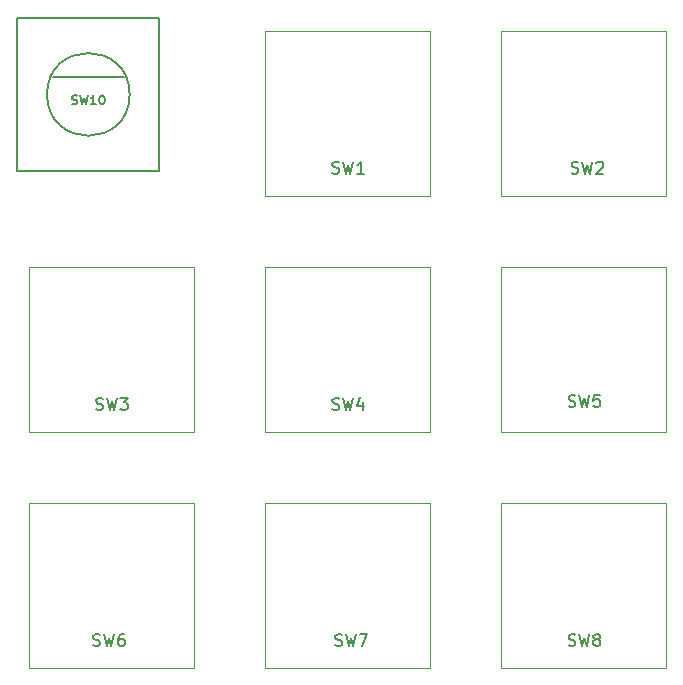
<source format=gbr>
G04 #@! TF.FileFunction,Legend,Top*
%FSLAX46Y46*%
G04 Gerber Fmt 4.6, Leading zero omitted, Abs format (unit mm)*
G04 Created by KiCad (PCBNEW 4.0.7) date Thursday, April 11, 2019 'PMt' 06:08:24 PM*
%MOMM*%
%LPD*%
G01*
G04 APERTURE LIST*
%ADD10C,0.100000*%
%ADD11C,0.120000*%
%ADD12C,0.203200*%
%ADD13C,0.150000*%
%ADD14C,0.152400*%
G04 APERTURE END LIST*
D10*
D11*
X126475000Y-70595000D02*
X140445000Y-70595000D01*
X140445000Y-70595000D02*
X140445000Y-84565000D01*
X140445000Y-84565000D02*
X126475000Y-84565000D01*
X126475000Y-84565000D02*
X126475000Y-70595000D01*
X146475000Y-70595000D02*
X160445000Y-70595000D01*
X160445000Y-70595000D02*
X160445000Y-84565000D01*
X160445000Y-84565000D02*
X146475000Y-84565000D01*
X146475000Y-84565000D02*
X146475000Y-70595000D01*
X106475000Y-90595000D02*
X120445000Y-90595000D01*
X120445000Y-90595000D02*
X120445000Y-104565000D01*
X120445000Y-104565000D02*
X106475000Y-104565000D01*
X106475000Y-104565000D02*
X106475000Y-90595000D01*
X126475000Y-90595000D02*
X140445000Y-90595000D01*
X140445000Y-90595000D02*
X140445000Y-104565000D01*
X140445000Y-104565000D02*
X126475000Y-104565000D01*
X126475000Y-104565000D02*
X126475000Y-90595000D01*
X146475000Y-90595000D02*
X160445000Y-90595000D01*
X160445000Y-90595000D02*
X160445000Y-104565000D01*
X160445000Y-104565000D02*
X146475000Y-104565000D01*
X146475000Y-104565000D02*
X146475000Y-90595000D01*
X106475000Y-110595000D02*
X120445000Y-110595000D01*
X120445000Y-110595000D02*
X120445000Y-124565000D01*
X120445000Y-124565000D02*
X106475000Y-124565000D01*
X106475000Y-124565000D02*
X106475000Y-110595000D01*
X126475000Y-110595000D02*
X140445000Y-110595000D01*
X140445000Y-110595000D02*
X140445000Y-124565000D01*
X140445000Y-124565000D02*
X126475000Y-124565000D01*
X126475000Y-124565000D02*
X126475000Y-110595000D01*
X146475000Y-110595000D02*
X160445000Y-110595000D01*
X160445000Y-110595000D02*
X160445000Y-124565000D01*
X160445000Y-124565000D02*
X146475000Y-124565000D01*
X146475000Y-124565000D02*
X146475000Y-110595000D01*
D12*
X114500000Y-74500000D02*
X108500000Y-74500000D01*
X115000000Y-76000000D02*
G75*
G03X115000000Y-76000000I-3500000J0D01*
G01*
X117500000Y-82500000D02*
X105500000Y-82500000D01*
X105500000Y-82500000D02*
X105500000Y-69500000D01*
X105500000Y-69500000D02*
X117500000Y-69500000D01*
X117500000Y-69500000D02*
X117500000Y-82500000D01*
D13*
X132166667Y-82654762D02*
X132309524Y-82702381D01*
X132547620Y-82702381D01*
X132642858Y-82654762D01*
X132690477Y-82607143D01*
X132738096Y-82511905D01*
X132738096Y-82416667D01*
X132690477Y-82321429D01*
X132642858Y-82273810D01*
X132547620Y-82226190D01*
X132357143Y-82178571D01*
X132261905Y-82130952D01*
X132214286Y-82083333D01*
X132166667Y-81988095D01*
X132166667Y-81892857D01*
X132214286Y-81797619D01*
X132261905Y-81750000D01*
X132357143Y-81702381D01*
X132595239Y-81702381D01*
X132738096Y-81750000D01*
X133071429Y-81702381D02*
X133309524Y-82702381D01*
X133500001Y-81988095D01*
X133690477Y-82702381D01*
X133928572Y-81702381D01*
X134833334Y-82702381D02*
X134261905Y-82702381D01*
X134547619Y-82702381D02*
X134547619Y-81702381D01*
X134452381Y-81845238D01*
X134357143Y-81940476D01*
X134261905Y-81988095D01*
X152416667Y-82654762D02*
X152559524Y-82702381D01*
X152797620Y-82702381D01*
X152892858Y-82654762D01*
X152940477Y-82607143D01*
X152988096Y-82511905D01*
X152988096Y-82416667D01*
X152940477Y-82321429D01*
X152892858Y-82273810D01*
X152797620Y-82226190D01*
X152607143Y-82178571D01*
X152511905Y-82130952D01*
X152464286Y-82083333D01*
X152416667Y-81988095D01*
X152416667Y-81892857D01*
X152464286Y-81797619D01*
X152511905Y-81750000D01*
X152607143Y-81702381D01*
X152845239Y-81702381D01*
X152988096Y-81750000D01*
X153321429Y-81702381D02*
X153559524Y-82702381D01*
X153750001Y-81988095D01*
X153940477Y-82702381D01*
X154178572Y-81702381D01*
X154511905Y-81797619D02*
X154559524Y-81750000D01*
X154654762Y-81702381D01*
X154892858Y-81702381D01*
X154988096Y-81750000D01*
X155035715Y-81797619D01*
X155083334Y-81892857D01*
X155083334Y-81988095D01*
X155035715Y-82130952D01*
X154464286Y-82702381D01*
X155083334Y-82702381D01*
X112166667Y-102654762D02*
X112309524Y-102702381D01*
X112547620Y-102702381D01*
X112642858Y-102654762D01*
X112690477Y-102607143D01*
X112738096Y-102511905D01*
X112738096Y-102416667D01*
X112690477Y-102321429D01*
X112642858Y-102273810D01*
X112547620Y-102226190D01*
X112357143Y-102178571D01*
X112261905Y-102130952D01*
X112214286Y-102083333D01*
X112166667Y-101988095D01*
X112166667Y-101892857D01*
X112214286Y-101797619D01*
X112261905Y-101750000D01*
X112357143Y-101702381D01*
X112595239Y-101702381D01*
X112738096Y-101750000D01*
X113071429Y-101702381D02*
X113309524Y-102702381D01*
X113500001Y-101988095D01*
X113690477Y-102702381D01*
X113928572Y-101702381D01*
X114214286Y-101702381D02*
X114833334Y-101702381D01*
X114500000Y-102083333D01*
X114642858Y-102083333D01*
X114738096Y-102130952D01*
X114785715Y-102178571D01*
X114833334Y-102273810D01*
X114833334Y-102511905D01*
X114785715Y-102607143D01*
X114738096Y-102654762D01*
X114642858Y-102702381D01*
X114357143Y-102702381D01*
X114261905Y-102654762D01*
X114214286Y-102607143D01*
X132166667Y-102654762D02*
X132309524Y-102702381D01*
X132547620Y-102702381D01*
X132642858Y-102654762D01*
X132690477Y-102607143D01*
X132738096Y-102511905D01*
X132738096Y-102416667D01*
X132690477Y-102321429D01*
X132642858Y-102273810D01*
X132547620Y-102226190D01*
X132357143Y-102178571D01*
X132261905Y-102130952D01*
X132214286Y-102083333D01*
X132166667Y-101988095D01*
X132166667Y-101892857D01*
X132214286Y-101797619D01*
X132261905Y-101750000D01*
X132357143Y-101702381D01*
X132595239Y-101702381D01*
X132738096Y-101750000D01*
X133071429Y-101702381D02*
X133309524Y-102702381D01*
X133500001Y-101988095D01*
X133690477Y-102702381D01*
X133928572Y-101702381D01*
X134738096Y-102035714D02*
X134738096Y-102702381D01*
X134500000Y-101654762D02*
X134261905Y-102369048D01*
X134880953Y-102369048D01*
X152166667Y-102404762D02*
X152309524Y-102452381D01*
X152547620Y-102452381D01*
X152642858Y-102404762D01*
X152690477Y-102357143D01*
X152738096Y-102261905D01*
X152738096Y-102166667D01*
X152690477Y-102071429D01*
X152642858Y-102023810D01*
X152547620Y-101976190D01*
X152357143Y-101928571D01*
X152261905Y-101880952D01*
X152214286Y-101833333D01*
X152166667Y-101738095D01*
X152166667Y-101642857D01*
X152214286Y-101547619D01*
X152261905Y-101500000D01*
X152357143Y-101452381D01*
X152595239Y-101452381D01*
X152738096Y-101500000D01*
X153071429Y-101452381D02*
X153309524Y-102452381D01*
X153500001Y-101738095D01*
X153690477Y-102452381D01*
X153928572Y-101452381D01*
X154785715Y-101452381D02*
X154309524Y-101452381D01*
X154261905Y-101928571D01*
X154309524Y-101880952D01*
X154404762Y-101833333D01*
X154642858Y-101833333D01*
X154738096Y-101880952D01*
X154785715Y-101928571D01*
X154833334Y-102023810D01*
X154833334Y-102261905D01*
X154785715Y-102357143D01*
X154738096Y-102404762D01*
X154642858Y-102452381D01*
X154404762Y-102452381D01*
X154309524Y-102404762D01*
X154261905Y-102357143D01*
X111916667Y-122654762D02*
X112059524Y-122702381D01*
X112297620Y-122702381D01*
X112392858Y-122654762D01*
X112440477Y-122607143D01*
X112488096Y-122511905D01*
X112488096Y-122416667D01*
X112440477Y-122321429D01*
X112392858Y-122273810D01*
X112297620Y-122226190D01*
X112107143Y-122178571D01*
X112011905Y-122130952D01*
X111964286Y-122083333D01*
X111916667Y-121988095D01*
X111916667Y-121892857D01*
X111964286Y-121797619D01*
X112011905Y-121750000D01*
X112107143Y-121702381D01*
X112345239Y-121702381D01*
X112488096Y-121750000D01*
X112821429Y-121702381D02*
X113059524Y-122702381D01*
X113250001Y-121988095D01*
X113440477Y-122702381D01*
X113678572Y-121702381D01*
X114488096Y-121702381D02*
X114297619Y-121702381D01*
X114202381Y-121750000D01*
X114154762Y-121797619D01*
X114059524Y-121940476D01*
X114011905Y-122130952D01*
X114011905Y-122511905D01*
X114059524Y-122607143D01*
X114107143Y-122654762D01*
X114202381Y-122702381D01*
X114392858Y-122702381D01*
X114488096Y-122654762D01*
X114535715Y-122607143D01*
X114583334Y-122511905D01*
X114583334Y-122273810D01*
X114535715Y-122178571D01*
X114488096Y-122130952D01*
X114392858Y-122083333D01*
X114202381Y-122083333D01*
X114107143Y-122130952D01*
X114059524Y-122178571D01*
X114011905Y-122273810D01*
X132416667Y-122654762D02*
X132559524Y-122702381D01*
X132797620Y-122702381D01*
X132892858Y-122654762D01*
X132940477Y-122607143D01*
X132988096Y-122511905D01*
X132988096Y-122416667D01*
X132940477Y-122321429D01*
X132892858Y-122273810D01*
X132797620Y-122226190D01*
X132607143Y-122178571D01*
X132511905Y-122130952D01*
X132464286Y-122083333D01*
X132416667Y-121988095D01*
X132416667Y-121892857D01*
X132464286Y-121797619D01*
X132511905Y-121750000D01*
X132607143Y-121702381D01*
X132845239Y-121702381D01*
X132988096Y-121750000D01*
X133321429Y-121702381D02*
X133559524Y-122702381D01*
X133750001Y-121988095D01*
X133940477Y-122702381D01*
X134178572Y-121702381D01*
X134464286Y-121702381D02*
X135130953Y-121702381D01*
X134702381Y-122702381D01*
X152166667Y-122654762D02*
X152309524Y-122702381D01*
X152547620Y-122702381D01*
X152642858Y-122654762D01*
X152690477Y-122607143D01*
X152738096Y-122511905D01*
X152738096Y-122416667D01*
X152690477Y-122321429D01*
X152642858Y-122273810D01*
X152547620Y-122226190D01*
X152357143Y-122178571D01*
X152261905Y-122130952D01*
X152214286Y-122083333D01*
X152166667Y-121988095D01*
X152166667Y-121892857D01*
X152214286Y-121797619D01*
X152261905Y-121750000D01*
X152357143Y-121702381D01*
X152595239Y-121702381D01*
X152738096Y-121750000D01*
X153071429Y-121702381D02*
X153309524Y-122702381D01*
X153500001Y-121988095D01*
X153690477Y-122702381D01*
X153928572Y-121702381D01*
X154452381Y-122130952D02*
X154357143Y-122083333D01*
X154309524Y-122035714D01*
X154261905Y-121940476D01*
X154261905Y-121892857D01*
X154309524Y-121797619D01*
X154357143Y-121750000D01*
X154452381Y-121702381D01*
X154642858Y-121702381D01*
X154738096Y-121750000D01*
X154785715Y-121797619D01*
X154833334Y-121892857D01*
X154833334Y-121940476D01*
X154785715Y-122035714D01*
X154738096Y-122083333D01*
X154642858Y-122130952D01*
X154452381Y-122130952D01*
X154357143Y-122178571D01*
X154309524Y-122226190D01*
X154261905Y-122321429D01*
X154261905Y-122511905D01*
X154309524Y-122607143D01*
X154357143Y-122654762D01*
X154452381Y-122702381D01*
X154642858Y-122702381D01*
X154738096Y-122654762D01*
X154785715Y-122607143D01*
X154833334Y-122511905D01*
X154833334Y-122321429D01*
X154785715Y-122226190D01*
X154738096Y-122178571D01*
X154642858Y-122130952D01*
D14*
X110121144Y-76808429D02*
X110230001Y-76844714D01*
X110411430Y-76844714D01*
X110484001Y-76808429D01*
X110520287Y-76772143D01*
X110556572Y-76699571D01*
X110556572Y-76627000D01*
X110520287Y-76554429D01*
X110484001Y-76518143D01*
X110411430Y-76481857D01*
X110266287Y-76445571D01*
X110193715Y-76409286D01*
X110157430Y-76373000D01*
X110121144Y-76300429D01*
X110121144Y-76227857D01*
X110157430Y-76155286D01*
X110193715Y-76119000D01*
X110266287Y-76082714D01*
X110447715Y-76082714D01*
X110556572Y-76119000D01*
X110810572Y-76082714D02*
X110992001Y-76844714D01*
X111137144Y-76300429D01*
X111282286Y-76844714D01*
X111463715Y-76082714D01*
X112153143Y-76844714D02*
X111717715Y-76844714D01*
X111935429Y-76844714D02*
X111935429Y-76082714D01*
X111862858Y-76191571D01*
X111790286Y-76264143D01*
X111717715Y-76300429D01*
X112624857Y-76082714D02*
X112697429Y-76082714D01*
X112770000Y-76119000D01*
X112806286Y-76155286D01*
X112842572Y-76227857D01*
X112878857Y-76373000D01*
X112878857Y-76554429D01*
X112842572Y-76699571D01*
X112806286Y-76772143D01*
X112770000Y-76808429D01*
X112697429Y-76844714D01*
X112624857Y-76844714D01*
X112552286Y-76808429D01*
X112516000Y-76772143D01*
X112479715Y-76699571D01*
X112443429Y-76554429D01*
X112443429Y-76373000D01*
X112479715Y-76227857D01*
X112516000Y-76155286D01*
X112552286Y-76119000D01*
X112624857Y-76082714D01*
M02*

</source>
